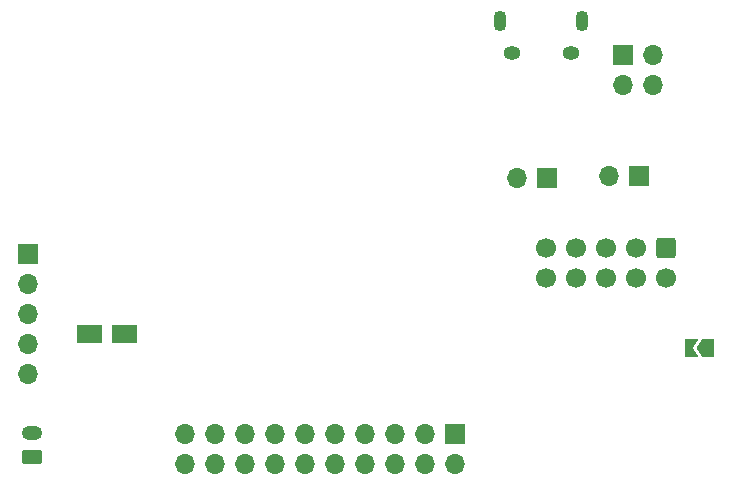
<source format=gbs>
G04 #@! TF.GenerationSoftware,KiCad,Pcbnew,8.0.0*
G04 #@! TF.CreationDate,2024-04-09T16:33:37-05:00*
G04 #@! TF.ProjectId,esp32_example,65737033-325f-4657-9861-6d706c652e6b,rev?*
G04 #@! TF.SameCoordinates,Original*
G04 #@! TF.FileFunction,Soldermask,Bot*
G04 #@! TF.FilePolarity,Negative*
%FSLAX46Y46*%
G04 Gerber Fmt 4.6, Leading zero omitted, Abs format (unit mm)*
G04 Created by KiCad (PCBNEW 8.0.0) date 2024-04-09 16:33:37*
%MOMM*%
%LPD*%
G01*
G04 APERTURE LIST*
G04 Aperture macros list*
%AMRoundRect*
0 Rectangle with rounded corners*
0 $1 Rounding radius*
0 $2 $3 $4 $5 $6 $7 $8 $9 X,Y pos of 4 corners*
0 Add a 4 corners polygon primitive as box body*
4,1,4,$2,$3,$4,$5,$6,$7,$8,$9,$2,$3,0*
0 Add four circle primitives for the rounded corners*
1,1,$1+$1,$2,$3*
1,1,$1+$1,$4,$5*
1,1,$1+$1,$6,$7*
1,1,$1+$1,$8,$9*
0 Add four rect primitives between the rounded corners*
20,1,$1+$1,$2,$3,$4,$5,0*
20,1,$1+$1,$4,$5,$6,$7,0*
20,1,$1+$1,$6,$7,$8,$9,0*
20,1,$1+$1,$8,$9,$2,$3,0*%
%AMFreePoly0*
4,1,6,1.000000,0.000000,0.500000,-0.750000,-0.500000,-0.750000,-0.500000,0.750000,0.500000,0.750000,1.000000,0.000000,1.000000,0.000000,$1*%
%AMFreePoly1*
4,1,6,0.500000,-0.750000,-0.650000,-0.750000,-0.150000,0.000000,-0.650000,0.750000,0.500000,0.750000,0.500000,-0.750000,0.500000,-0.750000,$1*%
G04 Aperture macros list end*
%ADD10R,1.700000X1.700000*%
%ADD11O,1.700000X1.700000*%
%ADD12RoundRect,0.250000X0.625000X-0.350000X0.625000X0.350000X-0.625000X0.350000X-0.625000X-0.350000X0*%
%ADD13O,1.750000X1.200000*%
%ADD14RoundRect,0.250000X-0.600000X0.600000X-0.600000X-0.600000X0.600000X-0.600000X0.600000X0.600000X0*%
%ADD15C,1.700000*%
%ADD16O,1.100000X1.750000*%
%ADD17O,1.450000X1.150000*%
%ADD18FreePoly0,180.000000*%
%ADD19FreePoly1,180.000000*%
%ADD20R,1.500000X1.500000*%
%ADD21FreePoly0,0.000000*%
G04 APERTURE END LIST*
D10*
G04 #@! TO.C,J8*
X210670000Y-52690000D03*
D11*
X208130000Y-52690000D03*
G04 #@! TD*
D12*
G04 #@! TO.C,J1*
X167098800Y-76320400D03*
D13*
X167098800Y-74320400D03*
G04 #@! TD*
D10*
G04 #@! TO.C,J4*
X202946000Y-74396600D03*
D11*
X202946000Y-76936600D03*
X200406000Y-74396600D03*
X200406000Y-76936600D03*
X197866000Y-74396600D03*
X197866000Y-76936600D03*
X195326000Y-74396600D03*
X195326000Y-76936600D03*
X192786000Y-74396600D03*
X192786000Y-76936600D03*
X190246000Y-74396600D03*
X190246000Y-76936600D03*
X187706000Y-74396600D03*
X187706000Y-76936600D03*
X185166000Y-74396600D03*
X185166000Y-76936600D03*
X182626000Y-74396600D03*
X182626000Y-76936600D03*
X180086000Y-74396600D03*
X180086000Y-76936600D03*
G04 #@! TD*
D14*
G04 #@! TO.C,J7*
X220810000Y-58600000D03*
D15*
X220810000Y-61140000D03*
X218270000Y-58600000D03*
X218270000Y-61140000D03*
X215730000Y-58600000D03*
X215730000Y-61140000D03*
X213190000Y-58600000D03*
X213190000Y-61140000D03*
X210650000Y-58600000D03*
X210650000Y-61140000D03*
G04 #@! TD*
D10*
G04 #@! TO.C,J3*
X166725600Y-59156600D03*
D11*
X166725600Y-61696600D03*
X166725600Y-64236600D03*
X166725600Y-66776600D03*
X166725600Y-69316600D03*
G04 #@! TD*
D10*
G04 #@! TO.C,J5*
X218525000Y-52480000D03*
D11*
X215985000Y-52480000D03*
G04 #@! TD*
D16*
G04 #@! TO.C,J2*
X213700000Y-39440000D03*
D17*
X212700000Y-42140000D03*
X207700000Y-42140000D03*
D16*
X206700000Y-39440000D03*
G04 #@! TD*
D10*
G04 #@! TO.C,J9*
X217130000Y-42280000D03*
D11*
X219670000Y-42280000D03*
X217130000Y-44820000D03*
X219670000Y-44820000D03*
G04 #@! TD*
D18*
G04 #@! TO.C,JP1*
X224340000Y-67050000D03*
D19*
X222890000Y-67050000D03*
G04 #@! TD*
D20*
G04 #@! TO.C,JP2*
X174650400Y-65938400D03*
X172250400Y-65938400D03*
D18*
X175450400Y-65938400D03*
D21*
X171450400Y-65938400D03*
G04 #@! TD*
M02*

</source>
